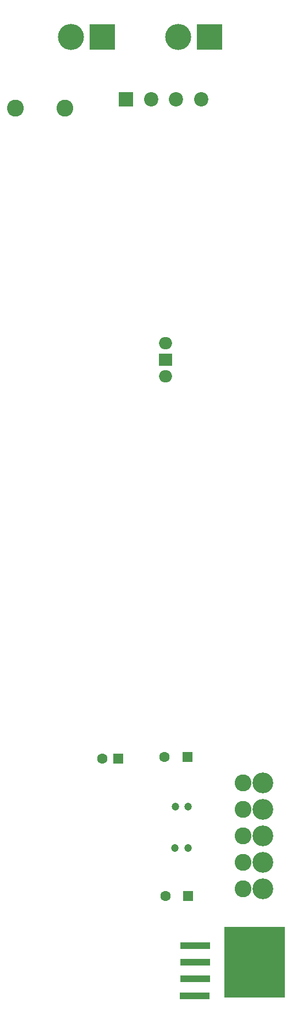
<source format=gbr>
%TF.GenerationSoftware,KiCad,Pcbnew,8.0.0*%
%TF.CreationDate,2025-04-28T00:15:23+02:00*%
%TF.ProjectId,LinearSaturn,4c696e65-6172-4536-9174-75726e2e6b69,rev?*%
%TF.SameCoordinates,Original*%
%TF.FileFunction,Soldermask,Top*%
%TF.FilePolarity,Negative*%
%FSLAX46Y46*%
G04 Gerber Fmt 4.6, Leading zero omitted, Abs format (unit mm)*
G04 Created by KiCad (PCBNEW 8.0.0) date 2025-04-28 00:15:23*
%MOMM*%
%LPD*%
G01*
G04 APERTURE LIST*
%ADD10R,1.600000X1.600000*%
%ADD11C,1.600000*%
%ADD12C,3.200000*%
%ADD13O,2.000000X1.905000*%
%ADD14C,2.600000*%
%ADD15O,4.000000X4.000000*%
%ADD16R,2.000000X1.905000*%
%ADD17R,4.000000X4.000000*%
%ADD18C,1.200000*%
%ADD19R,4.600000X1.100000*%
%ADD20R,9.400000X10.800000*%
%ADD21R,2.200000X2.200000*%
%ADD22C,2.200000*%
G04 APERTURE END LIST*
D10*
%TO.C,25v 220uF*%
X146050000Y-164338000D03*
D11*
X142550000Y-164338000D03*
%TD*%
D12*
%TO.C,*%
X157592000Y-163228000D03*
%TD*%
D13*
%TO.C,*%
X142564000Y-84540000D03*
%TD*%
D14*
%TO.C,*%
X154544000Y-146972000D03*
%TD*%
D15*
%TO.C,*%
X128000000Y-32500000D03*
%TD*%
D16*
%TO.C,*%
X142564000Y-82000000D03*
%TD*%
D17*
%TO.C,DC IN*%
X149326000Y-32500000D03*
%TD*%
D15*
%TO.C,*%
X144500000Y-32500000D03*
%TD*%
D18*
%TO.C,50v 0.1uF*%
X144050000Y-150622000D03*
X146050000Y-150622000D03*
%TD*%
D12*
%TO.C,*%
X157592000Y-151036000D03*
%TD*%
D14*
%TO.C,*%
X154544000Y-159164000D03*
%TD*%
D11*
%TO.C,35v 100uF*%
X132810379Y-143256000D03*
D10*
X135310379Y-143256000D03*
%TD*%
D14*
%TO.C,*%
X154544000Y-151036000D03*
%TD*%
D19*
%TO.C,LM2940A 3.3v TO263-3*%
X147133000Y-174498000D03*
D20*
X156283000Y-174498000D03*
D19*
X147133000Y-171958000D03*
X147133000Y-177038000D03*
X147083000Y-179648000D03*
%TD*%
D12*
%TO.C,*%
X157592000Y-159164000D03*
%TD*%
D14*
%TO.C,*%
X154544000Y-163228000D03*
%TD*%
D11*
%TO.C,25v 220uF*%
X142424651Y-143002000D03*
D10*
X145924651Y-143002000D03*
%TD*%
D18*
%TO.C,50v 0.1uF*%
X144000000Y-156972000D03*
X146000000Y-156972000D03*
%TD*%
D14*
%TO.C,*%
X154544000Y-155100000D03*
%TD*%
%TO.C,*%
X119452000Y-43434000D03*
%TD*%
D13*
%TO.C,*%
X142564000Y-79460000D03*
%TD*%
D21*
%TO.C,REF\u002A\u002A*%
X136500000Y-42000000D03*
D22*
X140350000Y-42000000D03*
X144200000Y-42000000D03*
X148050000Y-42000000D03*
%TD*%
D17*
%TO.C,DC IN*%
X132826000Y-32500000D03*
%TD*%
D12*
%TO.C,*%
X157592000Y-155100000D03*
%TD*%
D14*
%TO.C,*%
X127030000Y-43410000D03*
%TD*%
D12*
%TO.C,*%
X157592000Y-146972000D03*
%TD*%
M02*

</source>
